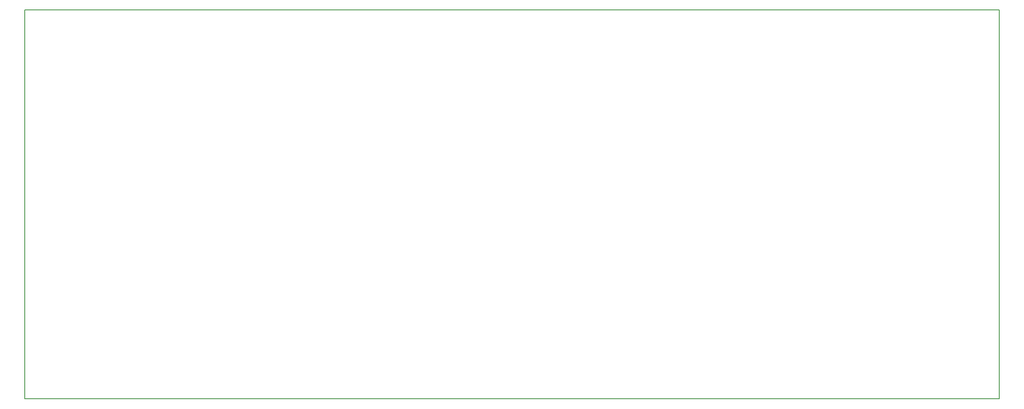
<source format=gbr>
%TF.GenerationSoftware,KiCad,Pcbnew,(6.0.10-0)*%
%TF.CreationDate,2023-02-23T20:38:25-08:00*%
%TF.ProjectId,1.0,312e302e-6b69-4636-9164-5f7063625858,rev?*%
%TF.SameCoordinates,Original*%
%TF.FileFunction,Profile,NP*%
%FSLAX46Y46*%
G04 Gerber Fmt 4.6, Leading zero omitted, Abs format (unit mm)*
G04 Created by KiCad (PCBNEW (6.0.10-0)) date 2023-02-23 20:38:25*
%MOMM*%
%LPD*%
G01*
G04 APERTURE LIST*
%TA.AperFunction,Profile*%
%ADD10C,0.200000*%
%TD*%
G04 APERTURE END LIST*
D10*
X150000000Y-100000000D02*
X350000000Y-100000000D01*
X350000000Y-100000000D02*
X350000000Y-180000000D01*
X350000000Y-180000000D02*
X150000000Y-180000000D01*
X150000000Y-180000000D02*
X150000000Y-100000000D01*
M02*

</source>
